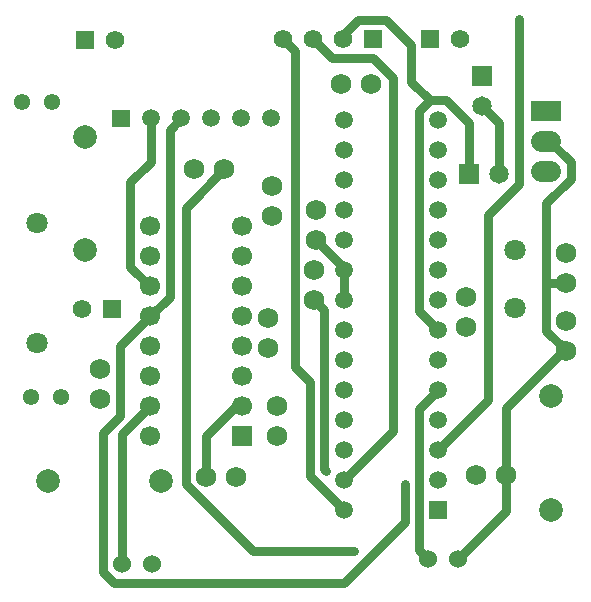
<source format=gbl>
G04 Layer: BottomLayer*
G04 EasyEDA v6.5.3, 2022-04-18 14:54:04*
G04 15adf324dd814951a5dd903392d16c57,9ce652a6aed948bfbe420a612be0e63a,10*
G04 Gerber Generator version 0.2*
G04 Scale: 100 percent, Rotated: No, Reflected: No *
G04 Dimensions in millimeters *
G04 leading zeros omitted , absolute positions ,4 integer and 5 decimal *
%FSLAX45Y45*%
%MOMM*%

%ADD11C,0.8000*%
%ADD12C,0.6100*%
%ADD13C,1.7500*%
%ADD14C,2.0000*%
%ADD16C,1.4986*%
%ADD17R,1.5748X1.5748*%
%ADD18C,1.5748*%
%ADD19C,1.3800*%
%ADD20R,1.6510X1.6510*%
%ADD21C,1.6510*%
%ADD22C,1.8000*%
%ADD23R,1.5000X1.5000*%
%ADD24C,1.5000*%
%ADD25R,1.7000X1.7000*%
%ADD26C,1.7000*%
%ADD27R,2.6000X1.8000*%
%ADD28C,1.5240*%

%LPD*%
D11*
X2679700Y4737100D02*
G01*
X2838627Y4578172D01*
X3190240Y4578172D01*
X3358667Y4409744D01*
X3358667Y1421866D01*
X2940100Y1003300D01*
X4654829Y2667000D02*
G01*
X4826000Y2667000D01*
X4648682Y3873525D02*
G01*
X4681524Y3873525D01*
X4860493Y3694556D01*
X4860493Y3550310D01*
X4654829Y3344646D01*
X4654829Y2667000D01*
X3911600Y330200D02*
G01*
X4318000Y736600D01*
X4318000Y1041400D01*
X4318000Y1041400D02*
G01*
X4318000Y1614398D01*
X4812563Y2108962D01*
X4654829Y2667000D02*
G01*
X4654829Y2266670D01*
X4812563Y2108962D01*
X4812563Y2108962D02*
G01*
X4826000Y2095500D01*
X1778000Y1028700D02*
G01*
X1778000Y1379677D01*
X2023922Y1625600D01*
X2079091Y1625600D01*
X3030067Y398779D02*
G01*
X2170404Y398779D01*
X1600885Y968298D01*
X1600885Y3302685D01*
X1930400Y3632200D01*
X2940100Y2781300D02*
G01*
X2940100Y2527300D01*
X2940100Y2811170D02*
G01*
X2940100Y2781300D01*
X2705100Y3035300D02*
G01*
X2929229Y2811170D01*
X2940100Y2811170D01*
X3666947Y4218000D02*
G01*
X3511372Y4373575D01*
X3511372Y4684776D01*
X3300120Y4896027D01*
X3060700Y4896027D01*
X2933700Y4769027D01*
X2933700Y4737100D01*
X1299108Y2641600D02*
G01*
X1132839Y2807868D01*
X1132839Y3522141D01*
X1308100Y3697401D01*
X1308100Y4064000D01*
X1562100Y4064000D02*
G01*
X1467764Y3969664D01*
X1467764Y2556255D01*
X1299108Y2387600D01*
X1299108Y2387600D02*
G01*
X1045438Y2133930D01*
X1045438Y1541906D01*
X905484Y1401953D01*
X905484Y221234D01*
X995019Y131698D01*
X2943326Y131698D01*
X3458590Y646963D01*
X3458590Y972896D01*
X2425700Y4737100D02*
G01*
X2524683Y4638116D01*
X2524683Y1961235D01*
X2654960Y1830959D01*
X2654960Y1034440D01*
X2940100Y749300D01*
X3666947Y4218000D02*
G01*
X3809238Y4218000D01*
X4000500Y4026738D01*
X4000500Y3594100D01*
X3740099Y2273300D02*
G01*
X3577031Y2436368D01*
X3577031Y4128084D01*
X3666947Y4218000D01*
X2692400Y2527300D02*
G01*
X2775153Y2444546D01*
X2775153Y1092657D01*
X2789885Y1077925D01*
X1066800Y292100D02*
G01*
X1066800Y1393291D01*
X1299108Y1625600D01*
X3657600Y330200D02*
G01*
X3578758Y409041D01*
X3578758Y1603959D01*
X3740099Y1765300D01*
X3740099Y1257300D02*
G01*
X4163695Y1680895D01*
X4163695Y3246678D01*
X4427347Y3510330D01*
X4427347Y4905857D01*
X4254500Y3594100D02*
G01*
X4254500Y4025900D01*
X4114800Y4165600D01*
D13*
G01*
X1930400Y3632200D03*
G01*
X1676400Y3632200D03*
D14*
G01*
X432409Y990600D03*
G01*
X1396390Y990600D03*
G36*
X979170Y4138929D02*
G01*
X1129029Y4138929D01*
X1129029Y3989070D01*
X979170Y3989070D01*
G37*
D16*
G01*
X1308100Y4064000D03*
G01*
X1562100Y4064000D03*
G01*
X1816100Y4064000D03*
G01*
X2070100Y4064000D03*
G01*
X2324100Y4064000D03*
D17*
G01*
X977900Y2451100D03*
D18*
G01*
X723900Y2451100D03*
D14*
G01*
X749300Y3910990D03*
G01*
X749300Y2947009D03*
D19*
G01*
X294106Y1701800D03*
G01*
X544093Y1701800D03*
G01*
X217906Y4203700D03*
G01*
X467893Y4203700D03*
D20*
G01*
X4114800Y4419600D03*
D21*
G01*
X4114800Y4165600D03*
D20*
G01*
X4000500Y3594100D03*
D21*
G01*
X4254500Y3594100D03*
D13*
G01*
X2692400Y2781300D03*
G01*
X2692400Y2527300D03*
G01*
X2921000Y4356100D03*
G01*
X3175000Y4356100D03*
G01*
X3975100Y2552700D03*
G01*
X3975100Y2298700D03*
G01*
X876300Y1943100D03*
G01*
X876300Y1689100D03*
G01*
X4826000Y2349500D03*
G01*
X4826000Y2095500D03*
G01*
X2705100Y3289300D03*
G01*
X2705100Y3035300D03*
G01*
X4064000Y1041400D03*
G01*
X4318000Y1041400D03*
G01*
X2374900Y1625600D03*
G01*
X2374900Y1371600D03*
G01*
X4826000Y2921000D03*
G01*
X4826000Y2667000D03*
D22*
G01*
X342900Y3175000D03*
G01*
X342900Y2159000D03*
D14*
G01*
X4699000Y749909D03*
G01*
X4699000Y1713890D03*
D23*
G01*
X3740099Y749300D03*
D24*
G01*
X3740099Y1003300D03*
G01*
X3740099Y1257300D03*
G01*
X3740099Y1511300D03*
G01*
X3740099Y1765300D03*
G01*
X3740099Y2019300D03*
G01*
X3740099Y2273300D03*
G01*
X3740099Y2527300D03*
G01*
X3740099Y2781300D03*
G01*
X3740099Y3035300D03*
G01*
X3740099Y3289300D03*
G01*
X3740099Y3543300D03*
G01*
X3740099Y3797300D03*
G01*
X3740099Y4051300D03*
G01*
X2940100Y749300D03*
G01*
X2940100Y1003300D03*
G01*
X2940100Y1257300D03*
G01*
X2940100Y1511300D03*
G01*
X2940100Y1765300D03*
G01*
X2940100Y2019300D03*
G01*
X2940100Y2273300D03*
G01*
X2940100Y2527300D03*
G01*
X2940100Y2781300D03*
G01*
X2940100Y3035300D03*
G01*
X2940100Y3289300D03*
G01*
X2940100Y3543300D03*
G01*
X2940100Y3797300D03*
G01*
X2940100Y4051300D03*
D25*
G01*
X2079091Y1371600D03*
D26*
G01*
X2079091Y1625600D03*
G01*
X2079091Y2895600D03*
G01*
X2079091Y3149600D03*
G01*
X2079091Y1879600D03*
G01*
X2079091Y2133600D03*
G01*
X2079091Y2641600D03*
G01*
X2079091Y2387600D03*
G01*
X1299108Y3149600D03*
G01*
X1299108Y2895600D03*
G01*
X1299108Y2641600D03*
G01*
X1299108Y2387600D03*
G01*
X1299108Y2133600D03*
G01*
X1299108Y1879600D03*
G01*
X1299108Y1625600D03*
G01*
X1299108Y1371600D03*
D27*
G01*
X4648708Y4127500D03*
D22*
G01*
X4394200Y2461107D03*
G01*
X4394200Y2949092D03*
D17*
G01*
X749300Y4724400D03*
D18*
G01*
X1003300Y4724400D03*
D17*
G01*
X3187700Y4737100D03*
D18*
G01*
X2933700Y4737100D03*
G01*
X2679700Y4737100D03*
G01*
X2425700Y4737100D03*
D17*
G01*
X3670300Y4737100D03*
D18*
G01*
X3924300Y4737100D03*
D13*
G01*
X2298700Y2374900D03*
G01*
X2298700Y2120900D03*
G01*
X2336800Y3492500D03*
G01*
X2336800Y3238500D03*
G01*
X1778000Y1028700D03*
G01*
X2032000Y1028700D03*
D28*
G01*
X3657600Y330200D03*
G01*
X3911600Y330200D03*
G01*
X1320800Y292100D03*
G01*
X1066800Y292100D03*
D12*
G01*
X3458590Y972896D03*
G01*
X4427347Y4905857D03*
G01*
X2789885Y1077925D03*
G01*
X3030067Y398779D03*
D22*
X4688682Y3873525D02*
G01*
X4608682Y3873525D01*
X4687691Y3619500D02*
G01*
X4607692Y3619500D01*
M02*

</source>
